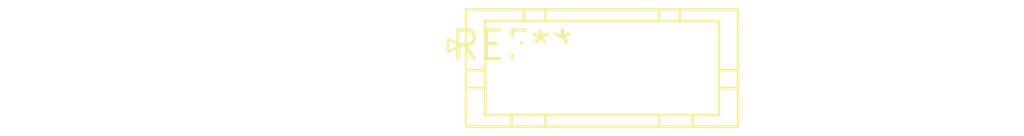
<source format=kicad_pcb>
(kicad_pcb (version 20240108) (generator pcbnew)
  (layers (0 "F.Cu" signal) (31 "B.Cu" signal) (34 "B.Paste" user) (35 "F.Paste" user) (36 "B.SilkS" user "B.Silkscreen") (37 "F.SilkS" user "F.Silkscreen") (38 "B.Mask" user) (39 "F.Mask" user) (44 "Edge.Cuts" user))
  (net 0 "")
  (footprint "JST_PHD_B10B-PHDSS_2x05_P2.00mm_Vertical" (layer "F.Cu") (at 0 0)
    (property "Reference" "REF**")
    (property "Value" "JST_PHD_B10B-PHDSS_2x05_P2.00mm_Vertical")
    (fp_line (start -2.86 -0.3) (end -2.26 0) (layer "F.SilkS") (stroke (width 0.12)))
    (fp_line (start -2.86 0.3) (end -2.86 -0.3) (layer "F.SilkS") (stroke (width 0.12)))
    (fp_line (start -2.26 0) (end -2.86 0.3) (layer "F.SilkS") (stroke (width 0.12)))
    (fp_line (start -2.06 -1.61) (end -2.06 3.61) (layer "F.SilkS") (stroke (width 0.12)))
    (fp_line (start -2.06 1.1) (end -1.2 1.1) (layer "F.SilkS") (stroke (width 0.12)))
    (fp_line (start -2.06 1.9) (end -1.2 1.9) (layer "F.SilkS") (stroke (width 0.12)))
    (fp_line (start -2.06 3.61) (end 10.06 3.61) (layer "F.SilkS") (stroke (width 0.12)))
    (fp_line (start -1.2 -1.1) (end -1.2 3.1) (layer "F.SilkS") (stroke (width 0.12)))
    (fp_line (start -1.2 3.1) (end 9.2 3.1) (layer "F.SilkS") (stroke (width 0.12)))
    (fp_line (start -0.03 3.61) (end -0.03 3.1) (layer "F.SilkS") (stroke (width 0.12)))
    (fp_line (start 0.53 -1.61) (end 0.53 -1.1) (layer "F.SilkS") (stroke (width 0.12)))
    (fp_line (start 1.47 -1.61) (end 1.47 -1.1) (layer "F.SilkS") (stroke (width 0.12)))
    (fp_line (start 1.47 3.61) (end 1.47 3.1) (layer "F.SilkS") (stroke (width 0.12)))
    (fp_line (start 6.53 -1.61) (end 6.53 -1.1) (layer "F.SilkS") (stroke (width 0.12)))
    (fp_line (start 6.53 3.61) (end 6.53 3.1) (layer "F.SilkS") (stroke (width 0.12)))
    (fp_line (start 7.47 -1.61) (end 7.47 -1.1) (layer "F.SilkS") (stroke (width 0.12)))
    (fp_line (start 8.03 3.61) (end 8.03 3.1) (layer "F.SilkS") (stroke (width 0.12)))
    (fp_line (start 9.2 -1.1) (end -1.2 -1.1) (layer "F.SilkS") (stroke (width 0.12)))
    (fp_line (start 9.2 3.1) (end 9.2 -1.1) (layer "F.SilkS") (stroke (width 0.12)))
    (fp_line (start 10.06 -1.61) (end -2.06 -1.61) (layer "F.SilkS") (stroke (width 0.12)))
    (fp_line (start 10.06 1.1) (end 9.2 1.1) (layer "F.SilkS") (stroke (width 0.12)))
    (fp_line (start 10.06 1.9) (end 9.2 1.9) (layer "F.SilkS") (stroke (width 0.12)))
    (fp_line (start 10.06 3.61) (end 10.06 -1.61) (layer "F.SilkS") (stroke (width 0.12)))
    (pad "1" thru_hole roundrect (at 0 0) (size 1.2 1.2) (drill 0.75) (layers *.Cu *.Mask) (remove_unused_layers) (roundrect_rratio 0.208333))
    (pad "2" thru_hole circle (at 0 2) (size 1.2 1.2) (drill 0.75) (layers *.Cu *.Mask) (remove_unused_layers))
    (pad "3" thru_hole circle (at 2 0) (size 1.2 1.2) (drill 0.75) (layers *.Cu *.Mask) (remove_unused_layers))
    (pad "4" thru_hole circle (at 2 2) (size 1.2 1.2) (drill 0.75) (layers *.Cu *.Mask) (remove_unused_layers))
    (pad "5" thru_hole circle (at 4 0) (size 1.2 1.2) (drill 0.75) (layers *.Cu *.Mask) (remove_unused_layers))
    (pad "6" thru_hole circle (at 4 2) (size 1.2 1.2) (drill 0.75) (layers *.Cu *.Mask) (remove_unused_layers))
    (pad "7" thru_hole circle (at 6 0) (size 1.2 1.2) (drill 0.75) (layers *.Cu *.Mask) (remove_unused_layers))
    (pad "8" thru_hole circle (at 6 2) (size 1.2 1.2) (drill 0.75) (layers *.Cu *.Mask) (remove_unused_layers))
    (pad "9" thru_hole circle (at 8 0) (size 1.2 1.2) (drill 0.75) (layers *.Cu *.Mask) (remove_unused_layers))
    (pad "10" thru_hole circle (at 8 2) (size 1.2 1.2) (drill 0.75) (layers *.Cu *.Mask) (remove_unused_layers))
  )
)
</source>
